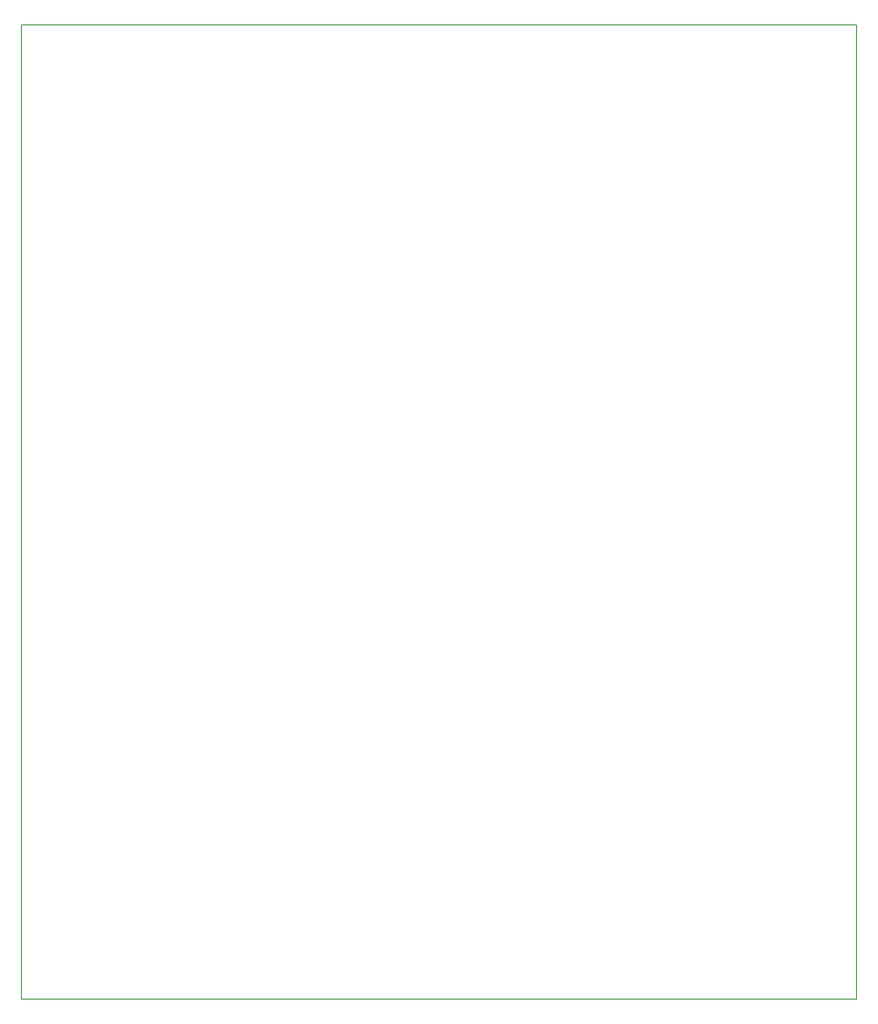
<source format=gbr>
%TF.GenerationSoftware,KiCad,Pcbnew,4.0.7*%
%TF.CreationDate,2018-05-30T14:50:17-04:00*%
%TF.ProjectId,z80,7A38302E6B696361645F706362000000,1*%
%TF.FileFunction,Profile,NP*%
%FSLAX46Y46*%
G04 Gerber Fmt 4.6, Leading zero omitted, Abs format (unit mm)*
G04 Created by KiCad (PCBNEW 4.0.7) date Wednesday, May 30, 2018 'PMt' 02:50:17 PM*
%MOMM*%
%LPD*%
G01*
G04 APERTURE LIST*
%ADD10C,0.150000*%
G04 APERTURE END LIST*
D10*
X15000000Y-184000000D02*
X15000000Y-15000000D01*
X160000000Y-184000000D02*
X15000000Y-184000000D01*
X160000000Y-15000000D02*
X160000000Y-184000000D01*
X15000000Y-15000000D02*
X160000000Y-15000000D01*
M02*

</source>
